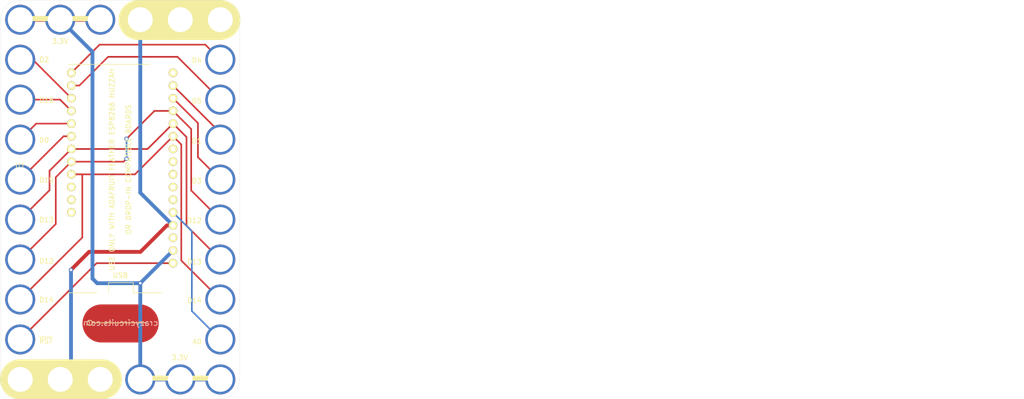
<source format=kicad_pcb>
(kicad_pcb (version 4) (host pcbnew 4.0.7-e2-6376~58~ubuntu16.04.1)

  (general
    (links 31)
    (no_connects 0)
    (area 58.449863 29.113399 263.164559 110.4364)
    (thickness 1.6)
    (drawings 3)
    (tracks 89)
    (zones 0)
    (modules 2)
    (nets 16)
  )

  (page USLetter)
  (title_block
    (title "6x10 Feather Huzzah ESP8266 Board")
    (date "05 Feb 2018")
    (rev 1.0)
    (company "CERN Open Hardware License v1.2.")
    (comment 1 help@browndoggadgets.com)
    (comment 2 http://browndoggadgets.com/)
    (comment 3 "Brown Dog Gadgets")
  )

  (layers
    (0 F.Cu signal)
    (31 B.Cu signal)
    (34 B.Paste user)
    (35 F.Paste user)
    (36 B.SilkS user)
    (37 F.SilkS user)
    (38 B.Mask user)
    (39 F.Mask user)
    (40 Dwgs.User user)
    (44 Edge.Cuts user)
    (46 B.CrtYd user)
    (47 F.CrtYd user)
    (48 B.Fab user)
    (49 F.Fab user)
  )

  (setup
    (last_trace_width 0.254)
    (user_trace_width 0.1524)
    (user_trace_width 0.254)
    (user_trace_width 0.3302)
    (user_trace_width 0.508)
    (user_trace_width 0.762)
    (user_trace_width 1.27)
    (trace_clearance 0.254)
    (zone_clearance 0.508)
    (zone_45_only no)
    (trace_min 0.1524)
    (segment_width 0.1524)
    (edge_width 0.1524)
    (via_size 0.6858)
    (via_drill 0.3302)
    (via_min_size 0.6858)
    (via_min_drill 0.3302)
    (user_via 0.6858 0.3302)
    (user_via 0.762 0.4064)
    (user_via 0.8636 0.508)
    (uvia_size 0.6858)
    (uvia_drill 0.3302)
    (uvias_allowed no)
    (uvia_min_size 0)
    (uvia_min_drill 0)
    (pcb_text_width 0.1524)
    (pcb_text_size 1.016 1.016)
    (mod_edge_width 0.1524)
    (mod_text_size 1.016 1.016)
    (mod_text_width 0.1524)
    (pad_size 1.524 1.524)
    (pad_drill 0.762)
    (pad_to_mask_clearance 0.0762)
    (solder_mask_min_width 0.1016)
    (pad_to_paste_clearance -0.0762)
    (aux_axis_origin 0 0)
    (visible_elements FFFEDF7D)
    (pcbplotparams
      (layerselection 0x310fc_80000001)
      (usegerberextensions true)
      (excludeedgelayer true)
      (linewidth 0.100000)
      (plotframeref false)
      (viasonmask false)
      (mode 1)
      (useauxorigin false)
      (hpglpennumber 1)
      (hpglpenspeed 20)
      (hpglpendiameter 15)
      (hpglpenoverlay 2)
      (psnegative false)
      (psa4output false)
      (plotreference true)
      (plotvalue true)
      (plotinvisibletext false)
      (padsonsilk false)
      (subtractmaskfromsilk false)
      (outputformat 1)
      (mirror false)
      (drillshape 0)
      (scaleselection 1)
      (outputdirectory gerbers))
  )

  (net 0 "")
  (net 1 VCC)
  (net 2 /D14_SCK)
  (net 3 /D13_MOSI)
  (net 4 /D12_MISO)
  (net 5 GND)
  (net 6 /~RESET)
  (net 7 /A0)
  (net 8 /D3_RX)
  (net 9 /D1_TX)
  (net 10 /D5_SCL)
  (net 11 /D0)
  (net 12 /D15)
  (net 13 /D2)
  (net 14 /D16)
  (net 15 /D4_SDA)

  (net_class Default "This is the default net class."
    (clearance 0.254)
    (trace_width 0.254)
    (via_dia 0.6858)
    (via_drill 0.3302)
    (uvia_dia 0.6858)
    (uvia_drill 0.3302)
    (add_net /A0)
    (add_net /D0)
    (add_net /D12_MISO)
    (add_net /D13_MOSI)
    (add_net /D14_SCK)
    (add_net /D15)
    (add_net /D16)
    (add_net /D1_TX)
    (add_net /D2)
    (add_net /D3_RX)
    (add_net /D4_SDA)
    (add_net /D5_SCL)
    (add_net /~RESET)
    (add_net GND)
    (add_net VCC)
  )

  (module Crazy_Circuits:LOGO-CRAZY-1x2 (layer F.Cu) (tedit 58FE5DC6) (tstamp 5A7D4E83)
    (at 82.804 98.044)
    (descr LOGO)
    (tags LOGO)
    (fp_text reference LOGO (at 0 -3.52806) (layer F.Fab)
      (effects (font (size 1 1) (thickness 0.15)))
    )
    (fp_text value "BROWN DOG" (at -0.381 -10.414) (layer B.SilkS) hide
      (effects (font (size 1.27 1.27) (thickness 0.254)) (justify mirror))
    )
    (fp_text user crazycircuits.com (at 0 -4.064) (layer B.SilkS)
      (effects (font (size 1.143 1.143) (thickness 0.1778)) (justify mirror))
    )
    (fp_line (start 6.096 -5.2705) (end 4.953 -4.318) (layer F.Mask) (width 0.1524))
    (fp_line (start 4.7625 -4.318) (end 6.096 -5.2705) (layer F.Mask) (width 0.1524))
    (fp_line (start 5.715 -5.1435) (end 4.7625 -4.318) (layer F.Mask) (width 0.1524))
    (fp_line (start 4.6355 -4.3815) (end 5.715 -5.1435) (layer F.Mask) (width 0.1524))
    (fp_line (start 5.5245 -5.08) (end 4.6355 -4.3815) (layer F.Mask) (width 0.1524))
    (fp_line (start 4.3815 -4.318) (end 5.5245 -5.08) (layer F.Mask) (width 0.1524))
    (fp_line (start 5.207 -4.953) (end 4.3815 -4.318) (layer F.Mask) (width 0.1524))
    (fp_line (start 4.2545 -4.3815) (end 5.207 -4.953) (layer F.Mask) (width 0.1524))
    (fp_line (start 5.0165 -4.953) (end 4.2545 -4.3815) (layer F.Mask) (width 0.1524))
    (fp_line (start 4.2545 -4.5085) (end 5.0165 -4.953) (layer F.Mask) (width 0.1524))
    (fp_line (start 4.7625 -4.953) (end 4.2545 -4.5085) (layer F.Mask) (width 0.1524))
    (fp_line (start 4.191 -4.6355) (end 4.7625 -4.953) (layer F.Mask) (width 0.1524))
    (fp_line (start 4.7625 -5.1435) (end 4.191 -4.6355) (layer F.Mask) (width 0.1524))
    (fp_line (start 4.7625 -5.2705) (end 4.1275 -4.7625) (layer F.Mask) (width 0.1524))
    (fp_line (start 4.8895 -5.461) (end 4.064 -4.8895) (layer F.Mask) (width 0.1524))
    (fp_line (start 4.8895 -5.588) (end 4.064 -5.0165) (layer F.Mask) (width 0.1524))
    (fp_line (start 3.048 -4.3815) (end 2.413 -5.2705) (layer F.Mask) (width 0.254))
    (fp_line (start 4.953 -4.2545) (end 2.9845 -4.2545) (layer F.Mask) (width 0.1524))
    (fp_line (start 6.5405 -5.3975) (end 4.953 -4.2545) (layer F.Mask) (width 0.1524))
    (fp_line (start 4.7625 -4.953) (end 6.5405 -5.3975) (layer F.Mask) (width 0.1524))
    (fp_line (start 5.08 -5.842) (end 4.7625 -4.953) (layer F.Mask) (width 0.1524))
    (fp_line (start 4.0005 -5.1435) (end 5.08 -5.842) (layer F.Mask) (width 0.1524))
    (fp_line (start 3.175 -6.604) (end 4.0005 -5.08) (layer F.Mask) (width 0.1524))
    (fp_line (start 3.2385 -5.207) (end 3.175 -6.604) (layer F.Mask) (width 0.1524))
    (fp_line (start 2.159 -5.461) (end 3.2385 -5.207) (layer F.Mask) (width 0.1524))
    (fp_line (start 2.9845 -4.2545) (end 2.159 -5.461) (layer F.Mask) (width 0.1524))
    (fp_line (start -5.588 -4.064) (end 5.08 -4.064) (layer F.SilkS) (width 0.1524))
    (fp_circle (center -6.1595 -4.064) (end -5.82208 -3.683) (layer F.SilkS) (width 0.1524))
    (fp_text user CRAZY (at -2.032 -5.588) (layer F.SilkS) hide
      (effects (font (thickness 0.381)))
    )
    (fp_line (start 3.9 -7.8) (end -3.9 -7.8) (layer F.Fab) (width 0.04064))
    (fp_line (start 3.9 0) (end -3.9 0) (layer F.Fab) (width 0.04064))
    (fp_arc (start 3.9 -3.9) (end 3.9 -7.8) (angle 90) (layer F.Fab) (width 0.04064))
    (fp_arc (start 3.9 -3.9) (end 7.8 -3.9) (angle 90) (layer F.Fab) (width 0.04064))
    (fp_arc (start -3.9 -3.9) (end -3.9 0) (angle 90) (layer F.Fab) (width 0.04064))
    (fp_arc (start -3.9 -3.9) (end -7.8 -3.9) (angle 90) (layer F.Fab) (width 0.04064))
    (fp_text user CIRCUITS (at 0.254 -2.286) (layer F.SilkS) hide
      (effects (font (thickness 0.381)))
    )
    (fp_line (start 3.2385 -4.3815) (end 2.6035 -5.2705) (layer F.Mask) (width 0.254))
    (fp_line (start 3.429 -4.3815) (end 2.8575 -5.207) (layer F.Mask) (width 0.254))
    (fp_line (start 3.556 -4.3815) (end 3.1115 -5.1435) (layer F.Mask) (width 0.254))
    (fp_line (start 3.81 -4.3815) (end 3.3655 -5.207) (layer F.Mask) (width 0.254))
    (fp_line (start 4.0005 -4.3815) (end 3.429 -5.461) (layer F.Mask) (width 0.254))
    (fp_line (start 4.191 -4.3815) (end 3.302 -6.096) (layer F.Mask) (width 0.254))
    (fp_line (start 3.3655 -5.3975) (end 3.302 -6.223) (layer F.Mask) (width 0.254))
    (pad BG smd oval (at 0 -3.937) (size 15.24 7.62) (layers F.Cu))
  )

  (module Crazy_Circuits:ADAFRUIT-FEATHER-HUZZAH-ESP8266-6x10 locked (layer F.Cu) (tedit 5A7C75A5) (tstamp 5A7D4DD0)
    (at 62.743 65.3074)
    (descr "8-lead dip package, row spacing 7.62 mm (300 mils)")
    (tags "dil dip 2.54 300")
    (path /5A7CBC16)
    (fp_text reference U1 (at 3.87 43.93) (layer F.SilkS) hide
      (effects (font (size 1 1) (thickness 0.15)))
    )
    (fp_text value ADAFRUIT-FEATHER-ESP8266-HUZZAH (at 12 44) (layer F.Fab) hide
      (effects (font (size 1 1) (thickness 0.15)))
    )
    (fp_line (start -0.04 -32.23) (end 16.2 -32.23) (layer F.SilkS) (width 1))
    (fp_line (start -0.039136 39.992106) (end 16.34 39.98) (layer F.SilkS) (width 8))
    (fp_line (start 17.021 22.6645) (end 18.291 22.6645) (layer F.Fab) (width 0.1524))
    (fp_line (start 8.371 22.6645) (end 8.371 20.1245) (layer F.Fab) (width 0.1524))
    (fp_line (start 17.21 22.6645) (end 8.371 22.6645) (layer F.Fab) (width 0.1524))
    (fp_line (start 18.291 20.1245) (end 18.291 22.6645) (layer F.Fab) (width 0.1524))
    (fp_line (start 22.101 20.1245) (end 18.291 20.1245) (layer F.Fab) (width 0.1524))
    (fp_line (start 22.101 22.6645) (end 22.101 20.1245) (layer F.Fab) (width 0.1524))
    (fp_line (start 32.51 22.6645) (end 22.101 22.6645) (layer F.Fab) (width 0.1524))
    (fp_line (start 32.501 21.3945) (end 32.501 22.6645) (layer F.Fab) (width 0.1524))
    (fp_line (start 32.501 20.1245) (end 32.501 21.3945) (layer F.Fab) (width 0.1524))
    (fp_line (start 31.231 -23.0555) (end 32.501 -23.0555) (layer F.Fab) (width 0.1524))
    (fp_line (start 31.25 -23.0555) (end 8.371 -23.0555) (layer F.Fab) (width 0.1524))
    (fp_line (start 32.501 20.1245) (end 32.501 -23.0555) (layer F.Fab) (width 0.1524))
    (fp_line (start 8.371 -23.0555) (end 8.371 20.1245) (layer F.Fab) (width 0.1524))
    (fp_text user USB (at 20.02 19.16) (layer F.SilkS)
      (effects (font (size 1 1) (thickness 0.15)))
    )
    (fp_line (start 9.608 -23.0555) (end 26.024 -23.0555) (layer F.SilkS) (width 0.127))
    (fp_text user "OR DROP-IN COMPATIBLE BOARDS" (at 21.649 -2.012 90) (layer F.SilkS)
      (effects (font (size 1 1) (thickness 0.15)))
    )
    (fp_text user "USE ONLY WITH ADAFRUIT FEATHER ESP8266 HUZZAH" (at 18.347 -2.012 90) (layer F.SilkS)
      (effects (font (size 1 1) (thickness 0.15)))
    )
    (fp_line (start 22.609 20.6325) (end 17.656 20.6325) (layer F.SilkS) (width 0.127))
    (fp_line (start 22.609 22.6645) (end 22.608 20.657) (layer F.SilkS) (width 0.127))
    (fp_text user "Adafruit Feather ESP8266 HUZZAH" (at 24.04 -2.66 90) (layer F.Fab)
      (effects (font (size 1 1) (thickness 0.15)))
    )
    (fp_text user D12 (at 5.251 16.317) (layer F.SilkS)
      (effects (font (size 1 1) (thickness 0.15)))
    )
    (fp_text user D13 (at 5.251 8.067) (layer F.SilkS)
      (effects (font (size 1 1) (thickness 0.15)))
    )
    (fp_text user ~RST (at 5.155762 32.317) (layer F.SilkS)
      (effects (font (size 1 1) (thickness 0.15)))
    )
    (fp_text user D14 (at 5.251 24.067) (layer F.SilkS)
      (effects (font (size 1 1) (thickness 0.15)))
    )
    (fp_line (start 0 43.9) (end 40 43.9) (layer Edge.Cuts) (width 0.04064))
    (fp_line (start 40 -35.9) (end 0 -35.9) (layer Edge.Cuts) (width 0.04064))
    (fp_line (start -3.9 -32.1) (end -3.9 40) (layer Edge.Cuts) (width 0.04064))
    (fp_line (start 43.9 40) (end 43.9 -32.1) (layer Edge.Cuts) (width 0.04064))
    (fp_arc (start 0 40) (end 0 43.9) (angle 89.9) (layer Edge.Cuts) (width 0.04064))
    (fp_arc (start 0 -32) (end -3.9 -32) (angle 90) (layer Edge.Cuts) (width 0.04064))
    (fp_arc (start 40 -32) (end 40 -35.9) (angle 89.9) (layer Edge.Cuts) (width 0.04064))
    (fp_arc (start 40 40) (end 43.9 40) (angle 90) (layer Edge.Cuts) (width 0.04064))
    (fp_line (start 0 43.9) (end 40 43.9) (layer F.Fab) (width 0.04064))
    (fp_line (start 40 -35.9) (end 0 -35.9) (layer F.Fab) (width 0.04064))
    (fp_line (start -3.9 -32) (end -3.9 40.1) (layer F.Fab) (width 0.04064))
    (fp_arc (start 0 40) (end 0 43.9) (angle 89.9) (layer F.Fab) (width 0.04064))
    (fp_arc (start 0 -32) (end -3.9 -32) (angle 90) (layer F.Fab) (width 0.04064))
    (fp_line (start 43.9 40) (end 43.9 -32) (layer F.Fab) (width 0.04064))
    (fp_arc (start 40 -32) (end 40 -35.9) (angle 89.9) (layer F.Fab) (width 0.04064))
    (fp_arc (start 40 40) (end 43.9 40) (angle 90) (layer F.Fab) (width 0.04064))
    (fp_line (start 22.609 22.6645) (end 28.451 22.6645) (layer F.SilkS) (width 0.127))
    (fp_line (start 17.656 22.657) (end 17.656 20.657) (layer F.SilkS) (width 0.127))
    (fp_line (start 9.641 22.6645) (end 15.356 22.6645) (layer F.SilkS) (width 0.127))
    (fp_text user D15 (at 5.251 0.127) (layer F.SilkS)
      (effects (font (size 1 1) (thickness 0.15)))
    )
    (fp_text user D0 (at 4.774809 -7.873) (layer F.SilkS)
      (effects (font (size 1 1) (thickness 0.15)))
    )
    (fp_text user D16 (at 5.251 -15.873) (layer F.SilkS)
      (effects (font (size 1 1) (thickness 0.15)))
    )
    (fp_text user 3.3V (at 31.9 35.64) (layer F.SilkS)
      (effects (font (size 1 1) (thickness 0.15)))
    )
    (fp_text user D12 (at 34.821 8.216) (layer F.SilkS)
      (effects (font (size 1 1) (thickness 0.15)))
    )
    (fp_text user D3 (at 35.29719 0.276) (layer F.SilkS)
      (effects (font (size 1 1) (thickness 0.15)))
    )
    (fp_text user D1 (at 35.29719 -7.724) (layer F.SilkS)
      (effects (font (size 1 1) (thickness 0.15)))
    )
    (fp_text user D5 (at 35.29719 -15.724) (layer F.SilkS)
      (effects (font (size 1 1) (thickness 0.15)))
    )
    (fp_text user D13 (at 34.821 16.466) (layer F.SilkS)
      (effects (font (size 1 1) (thickness 0.15)))
    )
    (fp_text user A0 (at 35.368619 32.436 180) (layer F.SilkS)
      (effects (font (size 1 1) (thickness 0.15)))
    )
    (fp_text user D14 (at 34.821 24.196 180) (layer F.SilkS)
      (effects (font (size 1 1) (thickness 0.15)))
    )
    (fp_text user %R (at 0 -2.75) (layer F.SilkS)
      (effects (font (size 1 1) (thickness 0.15)))
    )
    (fp_text user D4 (at 35.29719 -23.854) (layer F.SilkS)
      (effects (font (size 1 1) (thickness 0.15)))
    )
    (fp_text user 3.3V (at 7.98 -27.68) (layer F.SilkS)
      (effects (font (size 1 1) (thickness 0.15)))
    )
    (fp_text user D2 (at 4.774809 -24.003) (layer F.SilkS)
      (effects (font (size 1 1) (thickness 0.15)))
    )
    (fp_line (start 23.55 39.75) (end 39.79 39.75) (layer F.SilkS) (width 1))
    (fp_line (start 23.644864 -31.927894) (end 40.024 -31.94) (layer F.SilkS) (width 8))
    (pad 1 thru_hole circle (at 30.548 16.737 180) (size 1.7272 1.7272) (drill 1.016) (layers *.Cu *.Mask F.SilkS)
      (net 6 /~RESET))
    (pad 3V thru_hole circle (at 30.548 14.197 180) (size 1.7272 1.7272) (drill 1.016) (layers *.Cu *.Mask F.SilkS)
      (net 1 VCC))
    (pad NC thru_hole circle (at 30.548 11.657 180) (size 1.7272 1.7272) (drill 1.016) (layers *.Cu *.Mask F.SilkS))
    (pad 2 thru_hole circle (at 30.548 6.577 180) (size 1.7272 1.7272) (drill 1.016) (layers *.Cu *.Mask F.SilkS)
      (net 7 /A0))
    (pad NC thru_hole circle (at 30.548 4.037 180) (size 1.7272 1.7272) (drill 1.016) (layers *.Cu *.Mask F.SilkS))
    (pad NC thru_hole circle (at 30.548 1.497 180) (size 1.7272 1.7272) (drill 1.016) (layers *.Cu *.Mask F.SilkS))
    (pad NC thru_hole circle (at 30.548 -1.043 180) (size 1.7272 1.7272) (drill 1.016) (layers *.Cu *.Mask F.SilkS))
    (pad NC thru_hole circle (at 30.548 -3.583 180) (size 1.7272 1.7272) (drill 1.016) (layers *.Cu *.Mask F.SilkS))
    (pad NC thru_hole circle (at 30.548 -6.123 180) (size 1.7272 1.7272) (drill 1.016) (layers *.Cu *.Mask F.SilkS))
    (pad 5 thru_hole circle (at 30.548 -8.663 180) (size 1.7272 1.7272) (drill 1.016) (layers *.Cu *.Mask F.SilkS)
      (net 2 /D14_SCK))
    (pad 7 thru_hole circle (at 30.548 -11.203 180) (size 1.7272 1.7272) (drill 1.016) (layers *.Cu *.Mask F.SilkS)
      (net 3 /D13_MOSI))
    (pad 6 thru_hole circle (at 30.548 -13.743 180) (size 1.7272 1.7272) (drill 1.016) (layers *.Cu *.Mask F.SilkS)
      (net 4 /D12_MISO))
    (pad 15 thru_hole circle (at 30.548 -16.283 180) (size 1.7272 1.7272) (drill 1.016) (layers *.Cu *.Mask F.SilkS)
      (net 8 /D3_RX))
    (pad 16 thru_hole circle (at 30.548 -18.823 180) (size 1.7272 1.7272) (drill 1.016) (layers *.Cu *.Mask F.SilkS)
      (net 9 /D1_TX))
    (pad 14 thru_hole circle (at 10.228 -18.823 180) (size 1.7272 1.7272) (drill 1.016) (layers *.Cu *.Mask F.SilkS)
      (net 10 /D5_SCL))
    (pad 12 thru_hole circle (at 10.228 -11.203 180) (size 1.7272 1.7272) (drill 1.016) (layers *.Cu *.Mask F.SilkS)
      (net 11 /D0))
    (pad 7 thru_hole circle (at 10.228 -6.123 180) (size 1.7272 1.7272) (drill 1.016) (layers *.Cu *.Mask F.SilkS)
      (net 3 /D13_MOSI))
    (pad 10 thru_hole circle (at 10.228 -8.663 180) (size 1.7272 1.7272) (drill 1.016) (layers *.Cu *.Mask F.SilkS)
      (net 12 /D15))
    (pad EN thru_hole circle (at 10.228 4.037 180) (size 1.7272 1.7272) (drill 1.016) (layers *.Cu *.Mask F.SilkS))
    (pad USB thru_hole circle (at 10.228 1.497 180) (size 1.7272 1.7272) (drill 1.016) (layers *.Cu *.Mask F.SilkS))
    (pad 5 thru_hole circle (at 10.228 -1.043 180) (size 1.7272 1.7272) (drill 1.016) (layers *.Cu *.Mask F.SilkS)
      (net 2 /D14_SCK))
    (pad 6 thru_hole circle (at 10.228 -3.583 180) (size 1.7272 1.7272) (drill 1.016) (layers *.Cu *.Mask F.SilkS)
      (net 4 /D12_MISO))
    (pad VBAT thru_hole circle (at 10.228 6.577 180) (size 1.7272 1.7272) (drill 1.016) (layers *.Cu *.Mask F.SilkS))
    (pad 11 thru_hole circle (at 10.228 -16.283 180) (size 1.7272 1.7272) (drill 1.016) (layers *.Cu *.Mask F.SilkS)
      (net 13 /D2))
    (pad 4 thru_hole circle (at 10.228 -13.743 180) (size 1.7272 1.7272) (drill 1.016) (layers *.Cu *.Mask F.SilkS)
      (net 14 /D16))
    (pad 7 thru_hole circle (at 0 8 90) (size 6 6) (drill 4.98) (layers *.Cu *.Mask)
      (net 3 /D13_MOSI))
    (pad 6 thru_hole circle (at 0.001 16 90) (size 6 6) (drill 4.98) (layers *.Cu *.Mask)
      (net 4 /D12_MISO))
    (pad 1 thru_hole circle (at 0.001 32 90) (size 6 6) (drill 4.98) (layers *.Cu *.Mask)
      (net 6 /~RESET))
    (pad 10 thru_hole circle (at 0.001 0 90) (size 6 6) (drill 4.98) (layers *.Cu *.Mask)
      (net 12 /D15))
    (pad 5 thru_hole circle (at 0.001 24 90) (size 6 6) (drill 4.98) (layers *.Cu *.Mask)
      (net 2 /D14_SCK))
    (pad 12 thru_hole circle (at 0 -8 90) (size 6 6) (drill 4.98) (layers *.Cu *.Mask)
      (net 11 /D0))
    (pad 4 thru_hole circle (at 0 -16 90) (size 6 6) (drill 4.98) (layers *.Cu *.Mask)
      (net 14 /D16))
    (pad GND thru_hole circle (at 0.001 40 90) (size 6 6) (drill 4.98) (layers *.Cu *.Mask)
      (net 5 GND))
    (pad GND thru_hole circle (at 8 40 90) (size 6 6) (drill 4.98) (layers *.Cu *.Mask)
      (net 5 GND))
    (pad GND thru_hole circle (at 16 40 90) (size 6 6) (drill 4.98) (layers *.Cu *.Mask)
      (net 5 GND))
    (pad 3V thru_hole circle (at 32 40 90) (size 6 6) (drill 4.98) (layers *.Cu *.Mask)
      (net 1 VCC))
    (pad 3V thru_hole circle (at 16 -32 90) (size 6 6) (drill 4.98) (layers *.Cu *.Mask)
      (net 1 VCC))
    (pad GND thru_hole circle (at 24 -32 90) (size 6 6) (drill 4.98) (layers *.Cu *.Mask)
      (net 5 GND))
    (pad 3V thru_hole circle (at 0.001 -32 90) (size 6 6) (drill 4.98) (layers *.Cu *.Mask)
      (net 1 VCC))
    (pad 3V thru_hole circle (at 8 -32 90) (size 6 6) (drill 4.98) (layers *.Cu *.Mask)
      (net 1 VCC))
    (pad GND thru_hole circle (at 40 -32 90) (size 6 6) (drill 4.98) (layers *.Cu *.Mask)
      (net 5 GND))
    (pad 14 thru_hole circle (at 40 -16 90) (size 6 6) (drill 4.98) (layers *.Cu *.Mask)
      (net 10 /D5_SCL))
    (pad 16 thru_hole circle (at 40 -8 90) (size 6 6) (drill 4.98) (layers *.Cu *.Mask)
      (net 9 /D1_TX))
    (pad 15 thru_hole circle (at 40 0 90) (size 6 6) (drill 4.98) (layers *.Cu *.Mask)
      (net 8 /D3_RX))
    (pad 6 thru_hole circle (at 40 8 90) (size 6 6) (drill 4.98) (layers *.Cu *.Mask)
      (net 4 /D12_MISO))
    (pad 7 thru_hole circle (at 40 16 90) (size 6 6) (drill 4.98) (layers *.Cu *.Mask)
      (net 3 /D13_MOSI))
    (pad 5 thru_hole circle (at 40 24 90) (size 6 6) (drill 4.98) (layers *.Cu *.Mask)
      (net 2 /D14_SCK))
    (pad 2 thru_hole circle (at 40 32 90) (size 6 6) (drill 4.98) (layers *.Cu *.Mask)
      (net 7 /A0))
    (pad 3V thru_hole circle (at 40 40 90) (size 6 6) (drill 4.98) (layers *.Cu *.Mask)
      (net 1 VCC))
    (pad 13 thru_hole circle (at 10.228 -21.363 180) (size 1.7272 1.7272) (drill 1.016) (layers *.Cu *.Mask F.SilkS)
      (net 15 /D4_SDA))
    (pad 3 thru_hole circle (at 30.548 -21.363 180) (size 1.7272 1.7272) (drill 1.016) (layers *.Cu *.Mask F.SilkS))
    (pad 11 thru_hole circle (at 0 -24 90) (size 6 6) (drill 4.98) (layers *.Cu *.Mask)
      (net 13 /D2))
    (pad 13 thru_hole circle (at 40 -24 90) (size 6 6) (drill 4.98) (layers *.Cu *.Mask)
      (net 15 /D4_SDA))
    (pad GND thru_hole circle (at 30.548 9.1785 180) (size 1.7272 1.7272) (drill 1.016) (layers *.Cu *.Mask F.SilkS)
      (net 5 GND))
    (pad 3V thru_hole circle (at 24 40 90) (size 6 6) (drill 4.98) (layers *.Cu *.Mask)
      (net 1 VCC))
    (pad GND thru_hole circle (at 32 -32 90) (size 6 6) (drill 4.98) (layers *.Cu *.Mask)
      (net 5 GND))
  )

  (gr_text "CIRCUITS\n" (at 83.0326 95.3262) (layer F.Mask) (tstamp 5A7D4E8A)
    (effects (font (size 1.5 1.5) (thickness 0.3)))
  )
  (gr_text CRAZY (at 80.6958 92.9386) (layer F.Mask)
    (effects (font (size 1.5 1.5) (thickness 0.3)))
  )
  (gr_text "FABRICATION NOTES\n\n1. THIS IS A 2 LAYER BOARD. \n2. EXTERNAL LAYERS SHALL HAVE 1 OZ COPPER.\n3. MATERIAL: FR4 AND 0.062 INCH +/- 10% THICK.\n4. BOARDS SHALL BE ROHS COMPLIANT. \n5. MANUFACTURE IN ACCORDANCE WITH IPC-6012 CLASS 2\n6. MASK: BOTH SIDES OF THE BOARD SHALL HAVE \n   SOLDER MASK (GREEN) OVER BARE COPPER. \n7. SILK: BOTH SIDES OF THE BOARD SHALL HAVE \n   WHITE SILKSCREEN. DO NOT PLACE SILK OVER BARE COPPER.\n8. FINISH: ENIG.\n9. MINIMUM TRACE WIDTH - 0.006 INCH.\n   MINIMUM SPACE - 0.006 INCH.\n   MINIMUM HOLE DIA - 0.013 INCH. \n10. MAX HOLE PLACEMENT TOLERANCE OF +/- 0.003 INCH.\n11. MAX HOLE DIAMETER TOLERANCE OF +/- 0.003 INCH AFTER PLATING." (at 120.3198 68.326) (layer Dwgs.User)
    (effects (font (size 2.54 2.54) (thickness 0.254)) (justify left))
  )

  (segment (start 86.743 86.0524) (end 78.1276 86.0524) (width 0.762) (layer B.Cu) (net 1))
  (segment (start 78.1276 86.0524) (end 77.1906 85.1154) (width 0.762) (layer B.Cu) (net 1))
  (segment (start 77.1906 85.1154) (end 77.1906 39.755) (width 0.762) (layer B.Cu) (net 1))
  (segment (start 77.1906 39.755) (end 70.743 33.3074) (width 0.762) (layer B.Cu) (net 1))
  (via (at 86.743 86.0524) (size 0.8636) (drill 0.508) (layers F.Cu B.Cu) (net 1))
  (segment (start 93.291 79.5044) (end 86.743 86.0524) (width 0.762) (layer B.Cu) (net 1))
  (segment (start 86.743 86.0524) (end 86.743 105.3074) (width 0.762) (layer B.Cu) (net 1))
  (segment (start 102.743 105.3074) (end 94.743 105.3074) (width 0.762) (layer B.Cu) (net 1))
  (segment (start 86.743 105.3074) (end 94.743 105.3074) (width 0.762) (layer B.Cu) (net 1))
  (segment (start 70.743 33.3074) (end 74.98564 33.3074) (width 0.762) (layer F.Cu) (net 1))
  (segment (start 74.98564 33.3074) (end 78.743 33.3074) (width 0.762) (layer F.Cu) (net 1))
  (segment (start 62.744 33.3074) (end 66.98664 33.3074) (width 0.762) (layer F.Cu) (net 1))
  (segment (start 66.98664 33.3074) (end 70.743 33.3074) (width 0.762) (layer F.Cu) (net 1))
  (segment (start 85.671 64.2644) (end 75.057 64.2644) (width 0.3302) (layer F.Cu) (net 2))
  (segment (start 75.057 64.2644) (end 72.971 64.2644) (width 0.3302) (layer F.Cu) (net 2))
  (segment (start 62.744 89.3074) (end 75.1586 76.8928) (width 0.3302) (layer F.Cu) (net 2))
  (segment (start 75.1586 76.8928) (end 75.1586 64.366) (width 0.3302) (layer F.Cu) (net 2))
  (segment (start 75.1586 64.366) (end 75.057 64.2644) (width 0.3302) (layer F.Cu) (net 2))
  (segment (start 93.291 56.6444) (end 85.671 64.2644) (width 0.3302) (layer F.Cu) (net 2))
  (segment (start 72.971 64.2644) (end 74.192314 64.2644) (width 0.3302) (layer F.Cu) (net 2))
  (segment (start 94.9452 58.2986) (end 94.9452 81.5096) (width 0.3302) (layer F.Cu) (net 2))
  (segment (start 94.9452 81.5096) (end 102.743 89.3074) (width 0.3302) (layer F.Cu) (net 2))
  (segment (start 93.291 56.6444) (end 94.9452 58.2986) (width 0.3302) (layer F.Cu) (net 2))
  (segment (start 72.971 59.1844) (end 88.211 59.1844) (width 0.3302) (layer F.Cu) (net 3))
  (segment (start 88.211 59.1844) (end 93.291 54.1044) (width 0.3302) (layer F.Cu) (net 3))
  (segment (start 68.6054 67.437) (end 68.6054 63.55) (width 0.3302) (layer F.Cu) (net 3))
  (segment (start 68.6054 63.55) (end 72.971 59.1844) (width 0.3302) (layer F.Cu) (net 3))
  (segment (start 65.742999 70.299401) (end 68.6054 67.437) (width 0.3302) (layer F.Cu) (net 3))
  (segment (start 62.743 73.3074) (end 65.742999 70.307401) (width 0.3302) (layer F.Cu) (net 3))
  (segment (start 65.742999 70.307401) (end 65.742999 70.299401) (width 0.3302) (layer F.Cu) (net 3))
  (segment (start 93.291 54.1044) (end 95.9866 56.8) (width 0.3302) (layer F.Cu) (net 3))
  (segment (start 95.9866 56.8) (end 95.9866 74.551) (width 0.3302) (layer F.Cu) (net 3))
  (segment (start 99.743001 78.307401) (end 102.743 81.3074) (width 0.3302) (layer F.Cu) (net 3))
  (segment (start 95.9866 74.551) (end 99.743001 78.307401) (width 0.3302) (layer F.Cu) (net 3))
  (segment (start 93.291 51.5644) (end 89.5834 51.5644) (width 0.3302) (layer F.Cu) (net 4))
  (segment (start 89.5834 51.5644) (end 83.9978 57.15) (width 0.3302) (layer F.Cu) (net 4))
  (via (at 83.9978 57.15) (size 0.8636) (drill 0.508) (layers F.Cu B.Cu) (net 4))
  (segment (start 83.9978 61.1378) (end 83.9978 57.15) (width 0.3302) (layer B.Cu) (net 4))
  (segment (start 83.4112 61.7244) (end 83.9978 61.1378) (width 0.3302) (layer F.Cu) (net 4))
  (via (at 83.9978 61.1378) (size 0.8636) (drill 0.508) (layers F.Cu B.Cu) (net 4))
  (segment (start 72.971 61.7244) (end 83.4112 61.7244) (width 0.3302) (layer F.Cu) (net 4))
  (segment (start 69.85 74.2014) (end 69.85 64.8454) (width 0.3302) (layer F.Cu) (net 4))
  (segment (start 69.85 64.8454) (end 72.971 61.7244) (width 0.3302) (layer F.Cu) (net 4))
  (segment (start 62.744 81.3074) (end 69.85 74.2014) (width 0.3302) (layer F.Cu) (net 4))
  (segment (start 93.291 51.5644) (end 96.9264 55.1998) (width 0.3302) (layer F.Cu) (net 4))
  (segment (start 96.9264 55.1998) (end 96.9264 67.4908) (width 0.3302) (layer F.Cu) (net 4))
  (segment (start 96.9264 67.4908) (end 99.743001 70.307401) (width 0.3302) (layer F.Cu) (net 4))
  (segment (start 99.743001 70.307401) (end 102.743 73.3074) (width 0.3302) (layer F.Cu) (net 4))
  (segment (start 86.743 33.3074) (end 86.743 67.9379) (width 0.762) (layer B.Cu) (net 5))
  (segment (start 86.743 67.9379) (end 93.291 74.4859) (width 0.762) (layer B.Cu) (net 5))
  (segment (start 70.743 105.3074) (end 78.743 105.3074) (width 0.762) (layer B.Cu) (net 5))
  (segment (start 62.744 105.3074) (end 66.98664 105.3074) (width 0.762) (layer B.Cu) (net 5))
  (segment (start 66.98664 105.3074) (end 70.743 105.3074) (width 0.762) (layer B.Cu) (net 5))
  (segment (start 72.898 83.3882) (end 72.898 103.1524) (width 0.762) (layer B.Cu) (net 5))
  (segment (start 72.898 103.1524) (end 70.743 105.3074) (width 0.762) (layer B.Cu) (net 5))
  (via (at 72.898 83.3882) (size 0.8636) (drill 0.508) (layers F.Cu B.Cu) (net 5))
  (segment (start 76.5048 79.7814) (end 72.898 83.3882) (width 0.762) (layer F.Cu) (net 5))
  (segment (start 86.774186 79.7814) (end 76.5048 79.7814) (width 0.762) (layer F.Cu) (net 5))
  (segment (start 93.291 74.4859) (end 92.069686 74.4859) (width 0.762) (layer F.Cu) (net 5))
  (segment (start 92.069686 74.4859) (end 86.774186 79.7814) (width 0.762) (layer F.Cu) (net 5))
  (segment (start 94.743 33.3074) (end 102.743 33.3074) (width 0.762) (layer F.Cu) (net 5))
  (segment (start 86.743 33.3074) (end 94.743 33.3074) (width 0.762) (layer F.Cu) (net 5))
  (segment (start 93.291 82.0444) (end 78.007 82.0444) (width 0.3302) (layer F.Cu) (net 6))
  (segment (start 78.007 82.0444) (end 62.744 97.3074) (width 0.3302) (layer F.Cu) (net 6))
  (segment (start 97.0534 91.6178) (end 97.0534 75.6468) (width 0.3302) (layer B.Cu) (net 7))
  (segment (start 97.0534 75.6468) (end 93.291 71.8844) (width 0.3302) (layer B.Cu) (net 7))
  (segment (start 102.743 97.3074) (end 97.0534 91.6178) (width 0.3302) (layer B.Cu) (net 7))
  (segment (start 98.2726 54.006) (end 98.2726 60.837) (width 0.3302) (layer F.Cu) (net 8))
  (segment (start 98.2726 60.837) (end 102.743 65.3074) (width 0.3302) (layer F.Cu) (net 8))
  (segment (start 93.291 49.0244) (end 98.2726 54.006) (width 0.3302) (layer F.Cu) (net 8))
  (segment (start 93.291 46.4844) (end 102.743 55.9364) (width 0.3302) (layer F.Cu) (net 9))
  (segment (start 102.743 55.9364) (end 102.743 57.3074) (width 0.3302) (layer F.Cu) (net 9))
  (segment (start 80.3148 40.7416) (end 94.1772 40.7416) (width 0.3302) (layer F.Cu) (net 10))
  (segment (start 94.1772 40.7416) (end 102.743 49.3074) (width 0.3302) (layer F.Cu) (net 10))
  (segment (start 74.572 46.4844) (end 80.3148 40.7416) (width 0.3302) (layer F.Cu) (net 10))
  (segment (start 72.971 46.4844) (end 74.572 46.4844) (width 0.3302) (layer F.Cu) (net 10))
  (segment (start 72.971 54.1044) (end 65.946 54.1044) (width 0.3302) (layer F.Cu) (net 11))
  (segment (start 65.946 54.1044) (end 62.743 57.3074) (width 0.3302) (layer F.Cu) (net 11))
  (segment (start 72.971 56.6444) (end 71.407 56.6444) (width 0.3302) (layer F.Cu) (net 12))
  (segment (start 71.407 56.6444) (end 62.744 65.3074) (width 0.3302) (layer F.Cu) (net 12))
  (segment (start 72.971 49.0244) (end 65.254 41.3074) (width 0.3302) (layer F.Cu) (net 13))
  (segment (start 65.254 41.3074) (end 62.743 41.3074) (width 0.3302) (layer F.Cu) (net 13))
  (segment (start 62.743 49.3074) (end 70.714 49.3074) (width 0.3302) (layer F.Cu) (net 14))
  (segment (start 70.714 49.3074) (end 72.971 51.5644) (width 0.3302) (layer F.Cu) (net 14))
  (segment (start 72.971 43.9444) (end 77.1398 39.7756) (width 0.3302) (layer F.Cu) (net 15))
  (segment (start 102.743 41.3074) (end 99.743001 38.307401) (width 0.3302) (layer F.Cu) (net 15))
  (segment (start 77.1398 39.7756) (end 77.6724 39.243) (width 0.3302) (layer F.Cu) (net 15))
  (segment (start 99.743001 38.307401) (end 78.607999 38.307401) (width 0.3302) (layer F.Cu) (net 15))
  (segment (start 78.607999 38.307401) (end 77.1398 39.7756) (width 0.3302) (layer F.Cu) (net 15))

)

</source>
